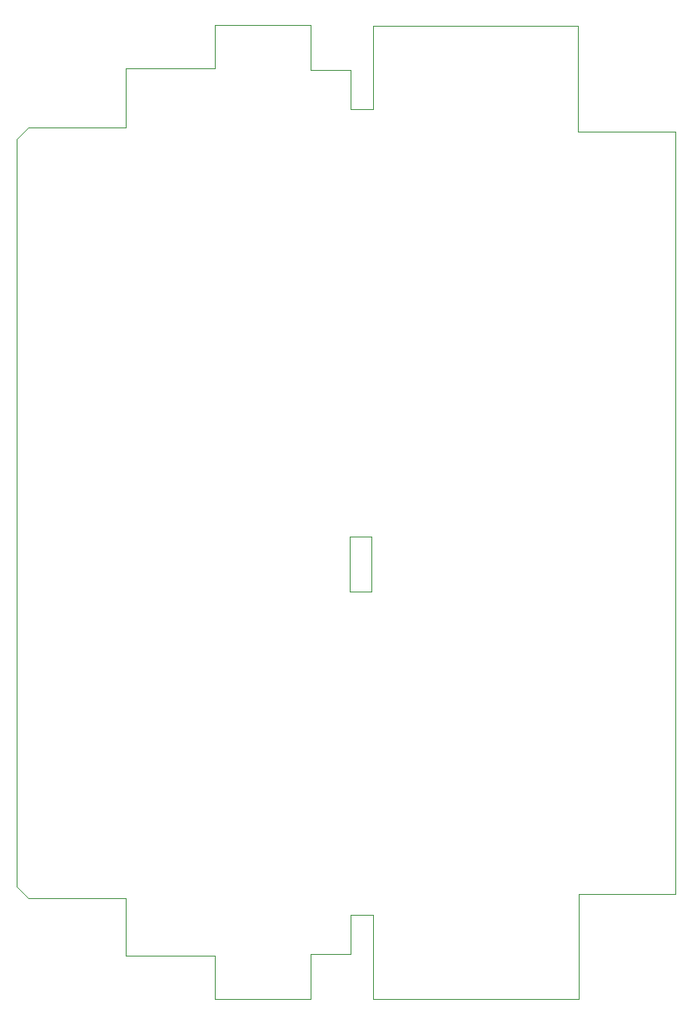
<source format=gbr>
%TF.GenerationSoftware,KiCad,Pcbnew,(5.1.10)-1*%
%TF.CreationDate,2021-06-12T16:48:45+02:00*%
%TF.ProjectId,Nes Sound Expansion,4e657320-536f-4756-9e64-20457870616e,rev?*%
%TF.SameCoordinates,Original*%
%TF.FileFunction,Profile,NP*%
%FSLAX46Y46*%
G04 Gerber Fmt 4.6, Leading zero omitted, Abs format (unit mm)*
G04 Created by KiCad (PCBNEW (5.1.10)-1) date 2021-06-12 16:48:45*
%MOMM*%
%LPD*%
G01*
G04 APERTURE LIST*
%TA.AperFunction,Profile*%
%ADD10C,0.050000*%
%TD*%
G04 APERTURE END LIST*
D10*
X67564000Y-43403440D02*
X66387980Y-44577000D01*
X67564000Y-121666000D02*
X66421000Y-120523000D01*
X123444000Y-43815000D02*
X123444000Y-33020000D01*
X133350000Y-43815000D02*
X123444000Y-43815000D01*
X123444000Y-33020000D02*
X102588340Y-33020000D01*
X96239030Y-32936410D02*
X86556290Y-32936410D01*
X102588340Y-33020000D02*
X102582980Y-41498440D01*
X123571000Y-131953000D02*
X123571000Y-121285000D01*
X86556290Y-127541480D02*
X86556290Y-131986020D01*
X102429610Y-85000950D02*
X100207340Y-85000950D01*
X102582980Y-41498440D02*
X100360480Y-41498440D01*
X86556290Y-32936410D02*
X86556290Y-37380950D01*
X100207340Y-85000950D02*
X100207340Y-90556610D01*
X77508480Y-121668360D02*
X77500480Y-127540940D01*
X77500480Y-37370940D02*
X77500480Y-43403440D01*
X100366070Y-37539680D02*
X96239030Y-37539680D01*
X100360480Y-123413440D02*
X102582980Y-123413440D01*
X77500480Y-43403440D02*
X67564000Y-43403440D01*
X100360480Y-41498440D02*
X100366070Y-37539680D01*
X96239030Y-37539680D02*
X96239030Y-32936410D01*
X102588340Y-131953000D02*
X123571000Y-131953000D01*
X86556290Y-37380950D02*
X77500480Y-37370940D01*
X100207340Y-90556610D02*
X102429610Y-90556610D01*
X77500480Y-127540940D02*
X86556290Y-127541480D01*
X102429610Y-90556610D02*
X102429610Y-85000950D01*
X102582980Y-123413440D02*
X102588340Y-131953000D01*
X86556290Y-131986020D02*
X96239030Y-131986020D01*
X66387980Y-44577000D02*
X66421000Y-120523000D01*
X100366070Y-127382750D02*
X100360480Y-123413440D01*
X96239030Y-131986020D02*
X96239030Y-127382750D01*
X67564000Y-121666000D02*
X77508480Y-121668360D01*
X96239030Y-127382750D02*
X100366070Y-127382750D01*
X123571000Y-121285000D02*
X133350000Y-121285000D01*
X133350000Y-121285000D02*
X133350000Y-43815000D01*
M02*

</source>
